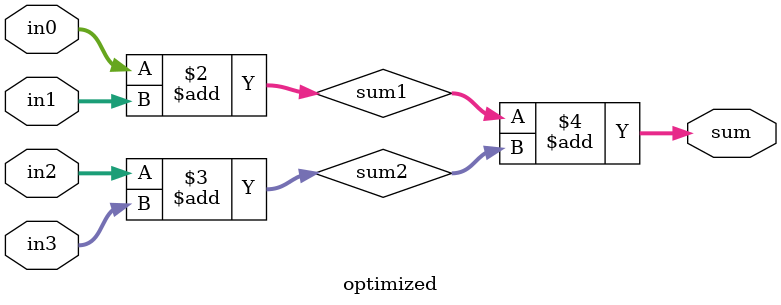
<source format=v>
module optimized(
    input [15:0] in0, in1, in2, in3,
    output reg [17:0] sum
);
    reg [16:0] sum1, sum2;
    always @* begin
        sum1 = in0 + in1;
        sum2 = in2 + in3;
        sum = sum1 + sum2;
    end
endmodule

</source>
